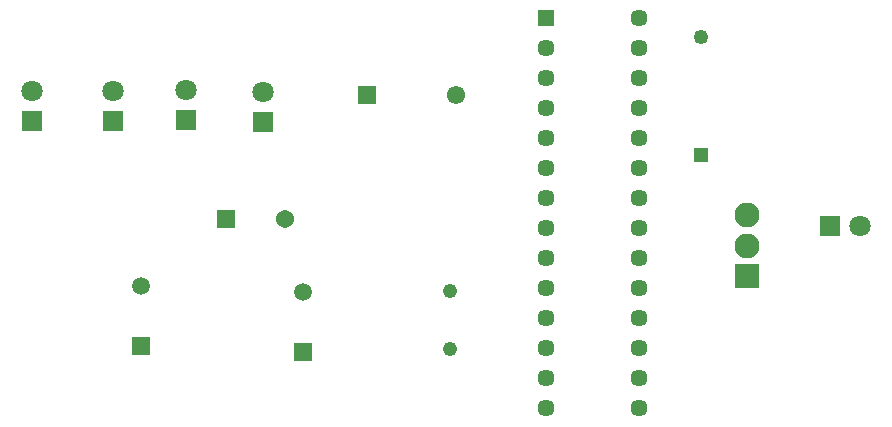
<source format=gts>
G04*
G04 #@! TF.GenerationSoftware,Altium Limited,Altium Designer,23.0.1 (38)*
G04*
G04 Layer_Color=8388736*
%FSLAX44Y44*%
%MOMM*%
G71*
G04*
G04 #@! TF.SameCoordinates,2D5BAB57-EA05-42CD-B47F-AA1B42220792*
G04*
G04*
G04 #@! TF.FilePolarity,Negative*
G04*
G01*
G75*
%ADD15R,1.5500X1.5500*%
%ADD16C,1.5500*%
%ADD17C,1.5032*%
%ADD18R,1.5032X1.5032*%
%ADD19C,2.1132*%
%ADD20R,2.1132X2.1132*%
%ADD21C,1.2332*%
%ADD22C,1.8032*%
%ADD23R,1.8032X1.8032*%
%ADD24R,1.8032X1.8032*%
%ADD25R,1.4532X1.4532*%
%ADD26C,1.4532*%
%ADD27C,1.2500*%
%ADD28R,1.2500X1.2500*%
%ADD29C,1.5406*%
%ADD30R,1.5406X1.5406*%
D15*
X837530Y854240D02*
D03*
D16*
X912530D02*
D03*
D17*
X783590Y687070D02*
D03*
X646430Y692150D02*
D03*
D18*
X783590Y636270D02*
D03*
X646430Y641350D02*
D03*
D19*
X1159510Y752040D02*
D03*
Y726540D02*
D03*
D20*
Y701040D02*
D03*
D21*
X908050Y688140D02*
D03*
Y639340D02*
D03*
D22*
X684530Y858520D02*
D03*
X749300Y856780D02*
D03*
X622300Y857250D02*
D03*
X553720D02*
D03*
X1254760Y742950D02*
D03*
D23*
X684530Y833120D02*
D03*
X749300Y831380D02*
D03*
X622300Y831850D02*
D03*
X553720D02*
D03*
D24*
X1229360Y742950D02*
D03*
D25*
X989330Y919010D02*
D03*
D26*
Y893610D02*
D03*
Y868210D02*
D03*
Y842810D02*
D03*
Y817410D02*
D03*
Y792010D02*
D03*
Y766610D02*
D03*
Y741210D02*
D03*
Y715810D02*
D03*
Y690410D02*
D03*
Y665010D02*
D03*
Y639610D02*
D03*
Y614210D02*
D03*
Y588810D02*
D03*
X1068070D02*
D03*
Y614210D02*
D03*
Y639610D02*
D03*
Y665010D02*
D03*
Y690410D02*
D03*
Y715810D02*
D03*
Y741210D02*
D03*
Y766610D02*
D03*
Y792010D02*
D03*
Y817410D02*
D03*
Y842810D02*
D03*
Y868210D02*
D03*
Y893610D02*
D03*
Y919010D02*
D03*
D27*
X1120140Y903440D02*
D03*
D28*
Y803440D02*
D03*
D29*
X767969Y749300D02*
D03*
D30*
X717931D02*
D03*
M02*

</source>
